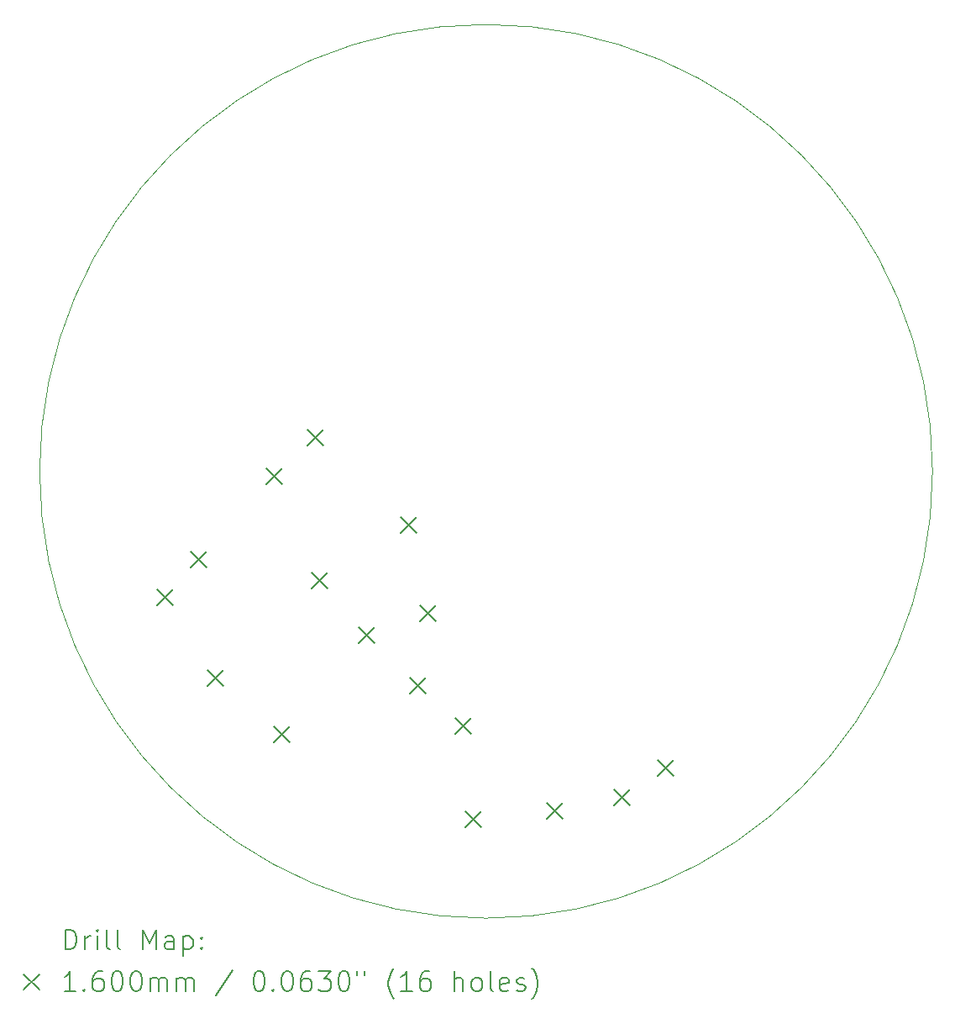
<source format=gbr>
%TF.GenerationSoftware,KiCad,Pcbnew,8.0.5*%
%TF.CreationDate,2024-12-13T13:51:03-05:00*%
%TF.ProjectId,GRRCoaster,47525243-6f61-4737-9465-722e6b696361,rev?*%
%TF.SameCoordinates,Original*%
%TF.FileFunction,Drillmap*%
%TF.FilePolarity,Positive*%
%FSLAX45Y45*%
G04 Gerber Fmt 4.5, Leading zero omitted, Abs format (unit mm)*
G04 Created by KiCad (PCBNEW 8.0.5) date 2024-12-13 13:51:03*
%MOMM*%
%LPD*%
G01*
G04 APERTURE LIST*
%ADD10C,0.050000*%
%ADD11C,0.200000*%
%ADD12C,0.160000*%
G04 APERTURE END LIST*
D10*
X10470000Y-5890000D02*
G75*
G02*
X1470000Y-5890000I-4500000J0D01*
G01*
X1470000Y-5890000D02*
G75*
G02*
X10470000Y-5890000I4500000J0D01*
G01*
D11*
D12*
X2652258Y-7080761D02*
X2812258Y-7240761D01*
X2812258Y-7080761D02*
X2652258Y-7240761D01*
X2992258Y-6700761D02*
X3152258Y-6860761D01*
X3152258Y-6700761D02*
X2992258Y-6860761D01*
X3162258Y-7890761D02*
X3322258Y-8050761D01*
X3322258Y-7890761D02*
X3162258Y-8050761D01*
X3752258Y-5860761D02*
X3912258Y-6020761D01*
X3912258Y-5860761D02*
X3752258Y-6020761D01*
X3832258Y-8460761D02*
X3992258Y-8620761D01*
X3992258Y-8460761D02*
X3832258Y-8620761D01*
X4172258Y-5470761D02*
X4332258Y-5630761D01*
X4332258Y-5470761D02*
X4172258Y-5630761D01*
X4212258Y-6910761D02*
X4372258Y-7070761D01*
X4372258Y-6910761D02*
X4212258Y-7070761D01*
X4682258Y-7460761D02*
X4842258Y-7620761D01*
X4842258Y-7460761D02*
X4682258Y-7620761D01*
X5112258Y-6350761D02*
X5272258Y-6510761D01*
X5272258Y-6350761D02*
X5112258Y-6510761D01*
X5202258Y-7970761D02*
X5362258Y-8130761D01*
X5362258Y-7970761D02*
X5202258Y-8130761D01*
X5302258Y-7240761D02*
X5462258Y-7400761D01*
X5462258Y-7240761D02*
X5302258Y-7400761D01*
X5662258Y-8370761D02*
X5822258Y-8530761D01*
X5822258Y-8370761D02*
X5662258Y-8530761D01*
X5762258Y-9310761D02*
X5922258Y-9470761D01*
X5922258Y-9310761D02*
X5762258Y-9470761D01*
X6582258Y-9230761D02*
X6742258Y-9390761D01*
X6742258Y-9230761D02*
X6582258Y-9390761D01*
X7262258Y-9090761D02*
X7422258Y-9250761D01*
X7422258Y-9090761D02*
X7262258Y-9250761D01*
X7702258Y-8800761D02*
X7862258Y-8960761D01*
X7862258Y-8800761D02*
X7702258Y-8960761D01*
D11*
X1728277Y-10703984D02*
X1728277Y-10503984D01*
X1728277Y-10503984D02*
X1775896Y-10503984D01*
X1775896Y-10503984D02*
X1804467Y-10513508D01*
X1804467Y-10513508D02*
X1823515Y-10532555D01*
X1823515Y-10532555D02*
X1833039Y-10551603D01*
X1833039Y-10551603D02*
X1842562Y-10589698D01*
X1842562Y-10589698D02*
X1842562Y-10618270D01*
X1842562Y-10618270D02*
X1833039Y-10656365D01*
X1833039Y-10656365D02*
X1823515Y-10675412D01*
X1823515Y-10675412D02*
X1804467Y-10694460D01*
X1804467Y-10694460D02*
X1775896Y-10703984D01*
X1775896Y-10703984D02*
X1728277Y-10703984D01*
X1928277Y-10703984D02*
X1928277Y-10570650D01*
X1928277Y-10608746D02*
X1937801Y-10589698D01*
X1937801Y-10589698D02*
X1947324Y-10580174D01*
X1947324Y-10580174D02*
X1966372Y-10570650D01*
X1966372Y-10570650D02*
X1985420Y-10570650D01*
X2052086Y-10703984D02*
X2052086Y-10570650D01*
X2052086Y-10503984D02*
X2042562Y-10513508D01*
X2042562Y-10513508D02*
X2052086Y-10523031D01*
X2052086Y-10523031D02*
X2061610Y-10513508D01*
X2061610Y-10513508D02*
X2052086Y-10503984D01*
X2052086Y-10503984D02*
X2052086Y-10523031D01*
X2175896Y-10703984D02*
X2156848Y-10694460D01*
X2156848Y-10694460D02*
X2147324Y-10675412D01*
X2147324Y-10675412D02*
X2147324Y-10503984D01*
X2280658Y-10703984D02*
X2261610Y-10694460D01*
X2261610Y-10694460D02*
X2252086Y-10675412D01*
X2252086Y-10675412D02*
X2252086Y-10503984D01*
X2509229Y-10703984D02*
X2509229Y-10503984D01*
X2509229Y-10503984D02*
X2575896Y-10646841D01*
X2575896Y-10646841D02*
X2642563Y-10503984D01*
X2642563Y-10503984D02*
X2642563Y-10703984D01*
X2823515Y-10703984D02*
X2823515Y-10599222D01*
X2823515Y-10599222D02*
X2813991Y-10580174D01*
X2813991Y-10580174D02*
X2794944Y-10570650D01*
X2794944Y-10570650D02*
X2756848Y-10570650D01*
X2756848Y-10570650D02*
X2737801Y-10580174D01*
X2823515Y-10694460D02*
X2804467Y-10703984D01*
X2804467Y-10703984D02*
X2756848Y-10703984D01*
X2756848Y-10703984D02*
X2737801Y-10694460D01*
X2737801Y-10694460D02*
X2728277Y-10675412D01*
X2728277Y-10675412D02*
X2728277Y-10656365D01*
X2728277Y-10656365D02*
X2737801Y-10637317D01*
X2737801Y-10637317D02*
X2756848Y-10627793D01*
X2756848Y-10627793D02*
X2804467Y-10627793D01*
X2804467Y-10627793D02*
X2823515Y-10618270D01*
X2918753Y-10570650D02*
X2918753Y-10770650D01*
X2918753Y-10580174D02*
X2937801Y-10570650D01*
X2937801Y-10570650D02*
X2975896Y-10570650D01*
X2975896Y-10570650D02*
X2994943Y-10580174D01*
X2994943Y-10580174D02*
X3004467Y-10589698D01*
X3004467Y-10589698D02*
X3013991Y-10608746D01*
X3013991Y-10608746D02*
X3013991Y-10665889D01*
X3013991Y-10665889D02*
X3004467Y-10684936D01*
X3004467Y-10684936D02*
X2994943Y-10694460D01*
X2994943Y-10694460D02*
X2975896Y-10703984D01*
X2975896Y-10703984D02*
X2937801Y-10703984D01*
X2937801Y-10703984D02*
X2918753Y-10694460D01*
X3099705Y-10684936D02*
X3109229Y-10694460D01*
X3109229Y-10694460D02*
X3099705Y-10703984D01*
X3099705Y-10703984D02*
X3090182Y-10694460D01*
X3090182Y-10694460D02*
X3099705Y-10684936D01*
X3099705Y-10684936D02*
X3099705Y-10703984D01*
X3099705Y-10580174D02*
X3109229Y-10589698D01*
X3109229Y-10589698D02*
X3099705Y-10599222D01*
X3099705Y-10599222D02*
X3090182Y-10589698D01*
X3090182Y-10589698D02*
X3099705Y-10580174D01*
X3099705Y-10580174D02*
X3099705Y-10599222D01*
D12*
X1307500Y-10952500D02*
X1467500Y-11112500D01*
X1467500Y-10952500D02*
X1307500Y-11112500D01*
D11*
X1833039Y-11123984D02*
X1718753Y-11123984D01*
X1775896Y-11123984D02*
X1775896Y-10923984D01*
X1775896Y-10923984D02*
X1756848Y-10952555D01*
X1756848Y-10952555D02*
X1737801Y-10971603D01*
X1737801Y-10971603D02*
X1718753Y-10981127D01*
X1918753Y-11104936D02*
X1928277Y-11114460D01*
X1928277Y-11114460D02*
X1918753Y-11123984D01*
X1918753Y-11123984D02*
X1909229Y-11114460D01*
X1909229Y-11114460D02*
X1918753Y-11104936D01*
X1918753Y-11104936D02*
X1918753Y-11123984D01*
X2099705Y-10923984D02*
X2061610Y-10923984D01*
X2061610Y-10923984D02*
X2042562Y-10933508D01*
X2042562Y-10933508D02*
X2033039Y-10943031D01*
X2033039Y-10943031D02*
X2013991Y-10971603D01*
X2013991Y-10971603D02*
X2004467Y-11009698D01*
X2004467Y-11009698D02*
X2004467Y-11085889D01*
X2004467Y-11085889D02*
X2013991Y-11104936D01*
X2013991Y-11104936D02*
X2023515Y-11114460D01*
X2023515Y-11114460D02*
X2042562Y-11123984D01*
X2042562Y-11123984D02*
X2080658Y-11123984D01*
X2080658Y-11123984D02*
X2099705Y-11114460D01*
X2099705Y-11114460D02*
X2109229Y-11104936D01*
X2109229Y-11104936D02*
X2118753Y-11085889D01*
X2118753Y-11085889D02*
X2118753Y-11038270D01*
X2118753Y-11038270D02*
X2109229Y-11019222D01*
X2109229Y-11019222D02*
X2099705Y-11009698D01*
X2099705Y-11009698D02*
X2080658Y-11000174D01*
X2080658Y-11000174D02*
X2042562Y-11000174D01*
X2042562Y-11000174D02*
X2023515Y-11009698D01*
X2023515Y-11009698D02*
X2013991Y-11019222D01*
X2013991Y-11019222D02*
X2004467Y-11038270D01*
X2242563Y-10923984D02*
X2261610Y-10923984D01*
X2261610Y-10923984D02*
X2280658Y-10933508D01*
X2280658Y-10933508D02*
X2290182Y-10943031D01*
X2290182Y-10943031D02*
X2299705Y-10962079D01*
X2299705Y-10962079D02*
X2309229Y-11000174D01*
X2309229Y-11000174D02*
X2309229Y-11047793D01*
X2309229Y-11047793D02*
X2299705Y-11085889D01*
X2299705Y-11085889D02*
X2290182Y-11104936D01*
X2290182Y-11104936D02*
X2280658Y-11114460D01*
X2280658Y-11114460D02*
X2261610Y-11123984D01*
X2261610Y-11123984D02*
X2242563Y-11123984D01*
X2242563Y-11123984D02*
X2223515Y-11114460D01*
X2223515Y-11114460D02*
X2213991Y-11104936D01*
X2213991Y-11104936D02*
X2204467Y-11085889D01*
X2204467Y-11085889D02*
X2194944Y-11047793D01*
X2194944Y-11047793D02*
X2194944Y-11000174D01*
X2194944Y-11000174D02*
X2204467Y-10962079D01*
X2204467Y-10962079D02*
X2213991Y-10943031D01*
X2213991Y-10943031D02*
X2223515Y-10933508D01*
X2223515Y-10933508D02*
X2242563Y-10923984D01*
X2433039Y-10923984D02*
X2452086Y-10923984D01*
X2452086Y-10923984D02*
X2471134Y-10933508D01*
X2471134Y-10933508D02*
X2480658Y-10943031D01*
X2480658Y-10943031D02*
X2490182Y-10962079D01*
X2490182Y-10962079D02*
X2499705Y-11000174D01*
X2499705Y-11000174D02*
X2499705Y-11047793D01*
X2499705Y-11047793D02*
X2490182Y-11085889D01*
X2490182Y-11085889D02*
X2480658Y-11104936D01*
X2480658Y-11104936D02*
X2471134Y-11114460D01*
X2471134Y-11114460D02*
X2452086Y-11123984D01*
X2452086Y-11123984D02*
X2433039Y-11123984D01*
X2433039Y-11123984D02*
X2413991Y-11114460D01*
X2413991Y-11114460D02*
X2404467Y-11104936D01*
X2404467Y-11104936D02*
X2394944Y-11085889D01*
X2394944Y-11085889D02*
X2385420Y-11047793D01*
X2385420Y-11047793D02*
X2385420Y-11000174D01*
X2385420Y-11000174D02*
X2394944Y-10962079D01*
X2394944Y-10962079D02*
X2404467Y-10943031D01*
X2404467Y-10943031D02*
X2413991Y-10933508D01*
X2413991Y-10933508D02*
X2433039Y-10923984D01*
X2585420Y-11123984D02*
X2585420Y-10990650D01*
X2585420Y-11009698D02*
X2594944Y-11000174D01*
X2594944Y-11000174D02*
X2613991Y-10990650D01*
X2613991Y-10990650D02*
X2642563Y-10990650D01*
X2642563Y-10990650D02*
X2661610Y-11000174D01*
X2661610Y-11000174D02*
X2671134Y-11019222D01*
X2671134Y-11019222D02*
X2671134Y-11123984D01*
X2671134Y-11019222D02*
X2680658Y-11000174D01*
X2680658Y-11000174D02*
X2699705Y-10990650D01*
X2699705Y-10990650D02*
X2728277Y-10990650D01*
X2728277Y-10990650D02*
X2747325Y-11000174D01*
X2747325Y-11000174D02*
X2756848Y-11019222D01*
X2756848Y-11019222D02*
X2756848Y-11123984D01*
X2852086Y-11123984D02*
X2852086Y-10990650D01*
X2852086Y-11009698D02*
X2861610Y-11000174D01*
X2861610Y-11000174D02*
X2880658Y-10990650D01*
X2880658Y-10990650D02*
X2909229Y-10990650D01*
X2909229Y-10990650D02*
X2928277Y-11000174D01*
X2928277Y-11000174D02*
X2937801Y-11019222D01*
X2937801Y-11019222D02*
X2937801Y-11123984D01*
X2937801Y-11019222D02*
X2947324Y-11000174D01*
X2947324Y-11000174D02*
X2966372Y-10990650D01*
X2966372Y-10990650D02*
X2994943Y-10990650D01*
X2994943Y-10990650D02*
X3013991Y-11000174D01*
X3013991Y-11000174D02*
X3023515Y-11019222D01*
X3023515Y-11019222D02*
X3023515Y-11123984D01*
X3413991Y-10914460D02*
X3242563Y-11171603D01*
X3671134Y-10923984D02*
X3690182Y-10923984D01*
X3690182Y-10923984D02*
X3709229Y-10933508D01*
X3709229Y-10933508D02*
X3718753Y-10943031D01*
X3718753Y-10943031D02*
X3728277Y-10962079D01*
X3728277Y-10962079D02*
X3737801Y-11000174D01*
X3737801Y-11000174D02*
X3737801Y-11047793D01*
X3737801Y-11047793D02*
X3728277Y-11085889D01*
X3728277Y-11085889D02*
X3718753Y-11104936D01*
X3718753Y-11104936D02*
X3709229Y-11114460D01*
X3709229Y-11114460D02*
X3690182Y-11123984D01*
X3690182Y-11123984D02*
X3671134Y-11123984D01*
X3671134Y-11123984D02*
X3652086Y-11114460D01*
X3652086Y-11114460D02*
X3642563Y-11104936D01*
X3642563Y-11104936D02*
X3633039Y-11085889D01*
X3633039Y-11085889D02*
X3623515Y-11047793D01*
X3623515Y-11047793D02*
X3623515Y-11000174D01*
X3623515Y-11000174D02*
X3633039Y-10962079D01*
X3633039Y-10962079D02*
X3642563Y-10943031D01*
X3642563Y-10943031D02*
X3652086Y-10933508D01*
X3652086Y-10933508D02*
X3671134Y-10923984D01*
X3823515Y-11104936D02*
X3833039Y-11114460D01*
X3833039Y-11114460D02*
X3823515Y-11123984D01*
X3823515Y-11123984D02*
X3813991Y-11114460D01*
X3813991Y-11114460D02*
X3823515Y-11104936D01*
X3823515Y-11104936D02*
X3823515Y-11123984D01*
X3956848Y-10923984D02*
X3975896Y-10923984D01*
X3975896Y-10923984D02*
X3994944Y-10933508D01*
X3994944Y-10933508D02*
X4004467Y-10943031D01*
X4004467Y-10943031D02*
X4013991Y-10962079D01*
X4013991Y-10962079D02*
X4023515Y-11000174D01*
X4023515Y-11000174D02*
X4023515Y-11047793D01*
X4023515Y-11047793D02*
X4013991Y-11085889D01*
X4013991Y-11085889D02*
X4004467Y-11104936D01*
X4004467Y-11104936D02*
X3994944Y-11114460D01*
X3994944Y-11114460D02*
X3975896Y-11123984D01*
X3975896Y-11123984D02*
X3956848Y-11123984D01*
X3956848Y-11123984D02*
X3937801Y-11114460D01*
X3937801Y-11114460D02*
X3928277Y-11104936D01*
X3928277Y-11104936D02*
X3918753Y-11085889D01*
X3918753Y-11085889D02*
X3909229Y-11047793D01*
X3909229Y-11047793D02*
X3909229Y-11000174D01*
X3909229Y-11000174D02*
X3918753Y-10962079D01*
X3918753Y-10962079D02*
X3928277Y-10943031D01*
X3928277Y-10943031D02*
X3937801Y-10933508D01*
X3937801Y-10933508D02*
X3956848Y-10923984D01*
X4194944Y-10923984D02*
X4156848Y-10923984D01*
X4156848Y-10923984D02*
X4137801Y-10933508D01*
X4137801Y-10933508D02*
X4128277Y-10943031D01*
X4128277Y-10943031D02*
X4109229Y-10971603D01*
X4109229Y-10971603D02*
X4099706Y-11009698D01*
X4099706Y-11009698D02*
X4099706Y-11085889D01*
X4099706Y-11085889D02*
X4109229Y-11104936D01*
X4109229Y-11104936D02*
X4118753Y-11114460D01*
X4118753Y-11114460D02*
X4137801Y-11123984D01*
X4137801Y-11123984D02*
X4175896Y-11123984D01*
X4175896Y-11123984D02*
X4194944Y-11114460D01*
X4194944Y-11114460D02*
X4204468Y-11104936D01*
X4204468Y-11104936D02*
X4213991Y-11085889D01*
X4213991Y-11085889D02*
X4213991Y-11038270D01*
X4213991Y-11038270D02*
X4204468Y-11019222D01*
X4204468Y-11019222D02*
X4194944Y-11009698D01*
X4194944Y-11009698D02*
X4175896Y-11000174D01*
X4175896Y-11000174D02*
X4137801Y-11000174D01*
X4137801Y-11000174D02*
X4118753Y-11009698D01*
X4118753Y-11009698D02*
X4109229Y-11019222D01*
X4109229Y-11019222D02*
X4099706Y-11038270D01*
X4280658Y-10923984D02*
X4404468Y-10923984D01*
X4404468Y-10923984D02*
X4337801Y-11000174D01*
X4337801Y-11000174D02*
X4366372Y-11000174D01*
X4366372Y-11000174D02*
X4385420Y-11009698D01*
X4385420Y-11009698D02*
X4394944Y-11019222D01*
X4394944Y-11019222D02*
X4404468Y-11038270D01*
X4404468Y-11038270D02*
X4404468Y-11085889D01*
X4404468Y-11085889D02*
X4394944Y-11104936D01*
X4394944Y-11104936D02*
X4385420Y-11114460D01*
X4385420Y-11114460D02*
X4366372Y-11123984D01*
X4366372Y-11123984D02*
X4309229Y-11123984D01*
X4309229Y-11123984D02*
X4290182Y-11114460D01*
X4290182Y-11114460D02*
X4280658Y-11104936D01*
X4528277Y-10923984D02*
X4547325Y-10923984D01*
X4547325Y-10923984D02*
X4566372Y-10933508D01*
X4566372Y-10933508D02*
X4575896Y-10943031D01*
X4575896Y-10943031D02*
X4585420Y-10962079D01*
X4585420Y-10962079D02*
X4594944Y-11000174D01*
X4594944Y-11000174D02*
X4594944Y-11047793D01*
X4594944Y-11047793D02*
X4585420Y-11085889D01*
X4585420Y-11085889D02*
X4575896Y-11104936D01*
X4575896Y-11104936D02*
X4566372Y-11114460D01*
X4566372Y-11114460D02*
X4547325Y-11123984D01*
X4547325Y-11123984D02*
X4528277Y-11123984D01*
X4528277Y-11123984D02*
X4509229Y-11114460D01*
X4509229Y-11114460D02*
X4499706Y-11104936D01*
X4499706Y-11104936D02*
X4490182Y-11085889D01*
X4490182Y-11085889D02*
X4480658Y-11047793D01*
X4480658Y-11047793D02*
X4480658Y-11000174D01*
X4480658Y-11000174D02*
X4490182Y-10962079D01*
X4490182Y-10962079D02*
X4499706Y-10943031D01*
X4499706Y-10943031D02*
X4509229Y-10933508D01*
X4509229Y-10933508D02*
X4528277Y-10923984D01*
X4671134Y-10923984D02*
X4671134Y-10962079D01*
X4747325Y-10923984D02*
X4747325Y-10962079D01*
X5042563Y-11200174D02*
X5033039Y-11190650D01*
X5033039Y-11190650D02*
X5013991Y-11162079D01*
X5013991Y-11162079D02*
X5004468Y-11143031D01*
X5004468Y-11143031D02*
X4994944Y-11114460D01*
X4994944Y-11114460D02*
X4985420Y-11066841D01*
X4985420Y-11066841D02*
X4985420Y-11028746D01*
X4985420Y-11028746D02*
X4994944Y-10981127D01*
X4994944Y-10981127D02*
X5004468Y-10952555D01*
X5004468Y-10952555D02*
X5013991Y-10933508D01*
X5013991Y-10933508D02*
X5033039Y-10904936D01*
X5033039Y-10904936D02*
X5042563Y-10895412D01*
X5223515Y-11123984D02*
X5109230Y-11123984D01*
X5166372Y-11123984D02*
X5166372Y-10923984D01*
X5166372Y-10923984D02*
X5147325Y-10952555D01*
X5147325Y-10952555D02*
X5128277Y-10971603D01*
X5128277Y-10971603D02*
X5109230Y-10981127D01*
X5394944Y-10923984D02*
X5356849Y-10923984D01*
X5356849Y-10923984D02*
X5337801Y-10933508D01*
X5337801Y-10933508D02*
X5328277Y-10943031D01*
X5328277Y-10943031D02*
X5309230Y-10971603D01*
X5309230Y-10971603D02*
X5299706Y-11009698D01*
X5299706Y-11009698D02*
X5299706Y-11085889D01*
X5299706Y-11085889D02*
X5309230Y-11104936D01*
X5309230Y-11104936D02*
X5318753Y-11114460D01*
X5318753Y-11114460D02*
X5337801Y-11123984D01*
X5337801Y-11123984D02*
X5375896Y-11123984D01*
X5375896Y-11123984D02*
X5394944Y-11114460D01*
X5394944Y-11114460D02*
X5404468Y-11104936D01*
X5404468Y-11104936D02*
X5413991Y-11085889D01*
X5413991Y-11085889D02*
X5413991Y-11038270D01*
X5413991Y-11038270D02*
X5404468Y-11019222D01*
X5404468Y-11019222D02*
X5394944Y-11009698D01*
X5394944Y-11009698D02*
X5375896Y-11000174D01*
X5375896Y-11000174D02*
X5337801Y-11000174D01*
X5337801Y-11000174D02*
X5318753Y-11009698D01*
X5318753Y-11009698D02*
X5309230Y-11019222D01*
X5309230Y-11019222D02*
X5299706Y-11038270D01*
X5652087Y-11123984D02*
X5652087Y-10923984D01*
X5737801Y-11123984D02*
X5737801Y-11019222D01*
X5737801Y-11019222D02*
X5728277Y-11000174D01*
X5728277Y-11000174D02*
X5709230Y-10990650D01*
X5709230Y-10990650D02*
X5680658Y-10990650D01*
X5680658Y-10990650D02*
X5661610Y-11000174D01*
X5661610Y-11000174D02*
X5652087Y-11009698D01*
X5861610Y-11123984D02*
X5842563Y-11114460D01*
X5842563Y-11114460D02*
X5833039Y-11104936D01*
X5833039Y-11104936D02*
X5823515Y-11085889D01*
X5823515Y-11085889D02*
X5823515Y-11028746D01*
X5823515Y-11028746D02*
X5833039Y-11009698D01*
X5833039Y-11009698D02*
X5842563Y-11000174D01*
X5842563Y-11000174D02*
X5861610Y-10990650D01*
X5861610Y-10990650D02*
X5890182Y-10990650D01*
X5890182Y-10990650D02*
X5909230Y-11000174D01*
X5909230Y-11000174D02*
X5918753Y-11009698D01*
X5918753Y-11009698D02*
X5928277Y-11028746D01*
X5928277Y-11028746D02*
X5928277Y-11085889D01*
X5928277Y-11085889D02*
X5918753Y-11104936D01*
X5918753Y-11104936D02*
X5909230Y-11114460D01*
X5909230Y-11114460D02*
X5890182Y-11123984D01*
X5890182Y-11123984D02*
X5861610Y-11123984D01*
X6042563Y-11123984D02*
X6023515Y-11114460D01*
X6023515Y-11114460D02*
X6013991Y-11095412D01*
X6013991Y-11095412D02*
X6013991Y-10923984D01*
X6194944Y-11114460D02*
X6175896Y-11123984D01*
X6175896Y-11123984D02*
X6137801Y-11123984D01*
X6137801Y-11123984D02*
X6118753Y-11114460D01*
X6118753Y-11114460D02*
X6109230Y-11095412D01*
X6109230Y-11095412D02*
X6109230Y-11019222D01*
X6109230Y-11019222D02*
X6118753Y-11000174D01*
X6118753Y-11000174D02*
X6137801Y-10990650D01*
X6137801Y-10990650D02*
X6175896Y-10990650D01*
X6175896Y-10990650D02*
X6194944Y-11000174D01*
X6194944Y-11000174D02*
X6204468Y-11019222D01*
X6204468Y-11019222D02*
X6204468Y-11038270D01*
X6204468Y-11038270D02*
X6109230Y-11057317D01*
X6280658Y-11114460D02*
X6299706Y-11123984D01*
X6299706Y-11123984D02*
X6337801Y-11123984D01*
X6337801Y-11123984D02*
X6356849Y-11114460D01*
X6356849Y-11114460D02*
X6366372Y-11095412D01*
X6366372Y-11095412D02*
X6366372Y-11085889D01*
X6366372Y-11085889D02*
X6356849Y-11066841D01*
X6356849Y-11066841D02*
X6337801Y-11057317D01*
X6337801Y-11057317D02*
X6309230Y-11057317D01*
X6309230Y-11057317D02*
X6290182Y-11047793D01*
X6290182Y-11047793D02*
X6280658Y-11028746D01*
X6280658Y-11028746D02*
X6280658Y-11019222D01*
X6280658Y-11019222D02*
X6290182Y-11000174D01*
X6290182Y-11000174D02*
X6309230Y-10990650D01*
X6309230Y-10990650D02*
X6337801Y-10990650D01*
X6337801Y-10990650D02*
X6356849Y-11000174D01*
X6433039Y-11200174D02*
X6442563Y-11190650D01*
X6442563Y-11190650D02*
X6461611Y-11162079D01*
X6461611Y-11162079D02*
X6471134Y-11143031D01*
X6471134Y-11143031D02*
X6480658Y-11114460D01*
X6480658Y-11114460D02*
X6490182Y-11066841D01*
X6490182Y-11066841D02*
X6490182Y-11028746D01*
X6490182Y-11028746D02*
X6480658Y-10981127D01*
X6480658Y-10981127D02*
X6471134Y-10952555D01*
X6471134Y-10952555D02*
X6461611Y-10933508D01*
X6461611Y-10933508D02*
X6442563Y-10904936D01*
X6442563Y-10904936D02*
X6433039Y-10895412D01*
M02*

</source>
